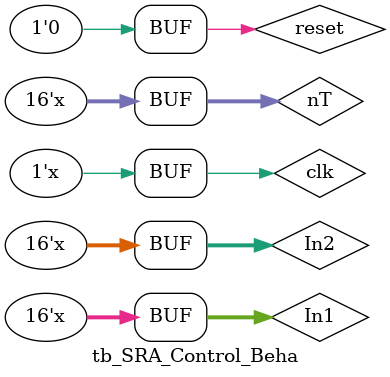
<source format=v>


`timescale 1ps/1ps

module tb_SRA_Control_Beha();
			parameter msb = 15, T = 2, A = 77, B = -50;
			
			reg reset, clk;
			wire[19:0] ctrl_word;
			wire[msb:0] Out;
			reg signed[msb:0] In1, In2, nT;
			reg[2:0] top; reg[3:0] bot;
			
			SRA_Controler_Beha ctrl(.ctrl_word(ctrl_word), .reset(reset), .clk(clk));
			SRA_datapath dapath(.Out(Out), .In1(In1), .In2(In2), .ctrl_word(ctrl_word), .clk(clk));
			
			initial begin 
					clk = 0; nT = 0;
					top = 0; bot = 4'bx;
					reset = 0;
					In1 = A; In2 = B;
			end
			
			always #(T/2) clk = ~clk;
			
			always begin
				#T top = top  + 1; nT = nT + 1; bot = bot + 1;
					if(top == 5) begin
						top = 0;
						bot = 5;
						In1 = A * nT;
						In2 = B * nT;
					end
				   if(bot == 9) bot = 4'bx;			
			end
			
endmodule








</source>
